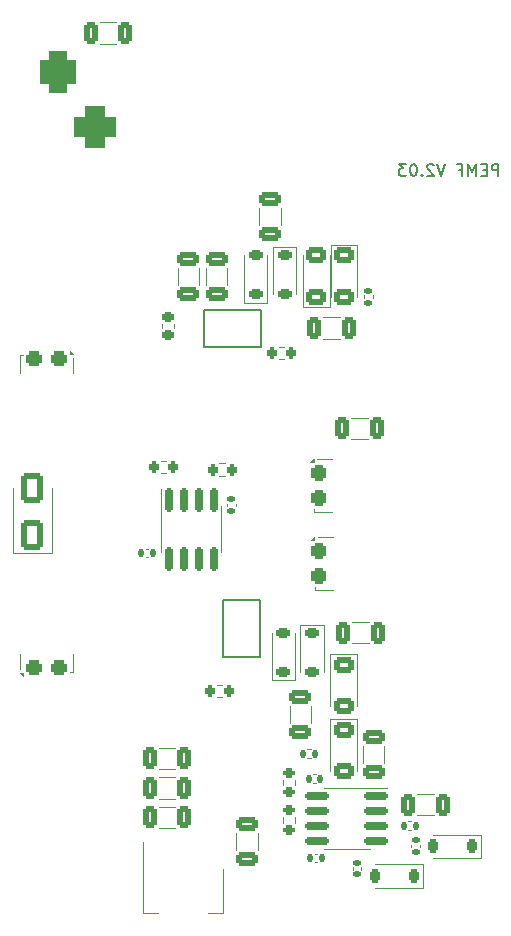
<source format=gbo>
G04 #@! TF.GenerationSoftware,KiCad,Pcbnew,8.0.5*
G04 #@! TF.CreationDate,2024-12-11T09:51:45-08:00*
G04 #@! TF.ProjectId,OpenPEMF_Final,4f70656e-5045-44d4-965f-46696e616c2e,rev?*
G04 #@! TF.SameCoordinates,Original*
G04 #@! TF.FileFunction,Legend,Bot*
G04 #@! TF.FilePolarity,Positive*
%FSLAX46Y46*%
G04 Gerber Fmt 4.6, Leading zero omitted, Abs format (unit mm)*
G04 Created by KiCad (PCBNEW 8.0.5) date 2024-12-11 09:51:45*
%MOMM*%
%LPD*%
G01*
G04 APERTURE LIST*
G04 Aperture macros list*
%AMRoundRect*
0 Rectangle with rounded corners*
0 $1 Rounding radius*
0 $2 $3 $4 $5 $6 $7 $8 $9 X,Y pos of 4 corners*
0 Add a 4 corners polygon primitive as box body*
4,1,4,$2,$3,$4,$5,$6,$7,$8,$9,$2,$3,0*
0 Add four circle primitives for the rounded corners*
1,1,$1+$1,$2,$3*
1,1,$1+$1,$4,$5*
1,1,$1+$1,$6,$7*
1,1,$1+$1,$8,$9*
0 Add four rect primitives between the rounded corners*
20,1,$1+$1,$2,$3,$4,$5,0*
20,1,$1+$1,$4,$5,$6,$7,0*
20,1,$1+$1,$6,$7,$8,$9,0*
20,1,$1+$1,$8,$9,$2,$3,0*%
G04 Aperture macros list end*
%ADD10C,0.150000*%
%ADD11C,0.120000*%
%ADD12C,0.152400*%
%ADD13R,2.400000X2.400000*%
%ADD14C,2.400000*%
%ADD15R,0.850000X0.850000*%
%ADD16O,0.850000X0.850000*%
%ADD17R,1.000000X1.000000*%
%ADD18O,1.000000X1.000000*%
%ADD19O,0.650000X1.300000*%
%ADD20O,1.550000X0.775000*%
%ADD21R,3.500000X3.500000*%
%ADD22RoundRect,0.750000X-0.750000X-1.000000X0.750000X-1.000000X0.750000X1.000000X-0.750000X1.000000X0*%
%ADD23RoundRect,0.875000X-0.875000X-0.875000X0.875000X-0.875000X0.875000X0.875000X-0.875000X0.875000X0*%
%ADD24R,2.600000X2.600000*%
%ADD25C,2.600000*%
%ADD26RoundRect,0.140000X0.140000X0.170000X-0.140000X0.170000X-0.140000X-0.170000X0.140000X-0.170000X0*%
%ADD27RoundRect,0.250000X0.650000X-0.325000X0.650000X0.325000X-0.650000X0.325000X-0.650000X-0.325000X0*%
%ADD28RoundRect,0.250000X0.325000X0.650000X-0.325000X0.650000X-0.325000X-0.650000X0.325000X-0.650000X0*%
%ADD29RoundRect,0.200000X0.200000X0.275000X-0.200000X0.275000X-0.200000X-0.275000X0.200000X-0.275000X0*%
%ADD30RoundRect,0.225000X0.250000X-0.225000X0.250000X0.225000X-0.250000X0.225000X-0.250000X-0.225000X0*%
%ADD31RoundRect,0.250000X-0.325000X-0.650000X0.325000X-0.650000X0.325000X0.650000X-0.325000X0.650000X0*%
%ADD32RoundRect,0.225000X0.225000X0.375000X-0.225000X0.375000X-0.225000X-0.375000X0.225000X-0.375000X0*%
%ADD33RoundRect,0.250000X-0.650000X0.325000X-0.650000X-0.325000X0.650000X-0.325000X0.650000X0.325000X0*%
%ADD34RoundRect,0.317500X-0.317500X0.382500X-0.317500X-0.382500X0.317500X-0.382500X0.317500X0.382500X0*%
%ADD35R,4.720000X4.800000*%
%ADD36RoundRect,0.250000X-0.600000X0.400000X-0.600000X-0.400000X0.600000X-0.400000X0.600000X0.400000X0*%
%ADD37RoundRect,0.135000X-0.185000X0.135000X-0.185000X-0.135000X0.185000X-0.135000X0.185000X0.135000X0*%
%ADD38RoundRect,0.317500X0.382500X0.317500X-0.382500X0.317500X-0.382500X-0.317500X0.382500X-0.317500X0*%
%ADD39R,4.800000X4.720000*%
%ADD40RoundRect,0.250000X0.600000X-0.400000X0.600000X0.400000X-0.600000X0.400000X-0.600000X-0.400000X0*%
%ADD41RoundRect,0.225000X-0.375000X0.225000X-0.375000X-0.225000X0.375000X-0.225000X0.375000X0.225000X0*%
%ADD42RoundRect,0.140000X0.170000X-0.140000X0.170000X0.140000X-0.170000X0.140000X-0.170000X-0.140000X0*%
%ADD43RoundRect,0.140000X-0.170000X0.140000X-0.170000X-0.140000X0.170000X-0.140000X0.170000X0.140000X0*%
%ADD44RoundRect,0.200000X-0.200000X-0.275000X0.200000X-0.275000X0.200000X0.275000X-0.200000X0.275000X0*%
%ADD45R,1.219200X0.558800*%
%ADD46R,0.558800X1.219200*%
%ADD47RoundRect,0.150000X0.825000X0.150000X-0.825000X0.150000X-0.825000X-0.150000X0.825000X-0.150000X0*%
%ADD48RoundRect,0.150000X-0.150000X0.825000X-0.150000X-0.825000X0.150000X-0.825000X0.150000X0.825000X0*%
%ADD49RoundRect,0.225000X0.375000X-0.225000X0.375000X0.225000X-0.375000X0.225000X-0.375000X-0.225000X0*%
%ADD50R,1.500000X2.000000*%
%ADD51R,3.800000X2.000000*%
%ADD52RoundRect,0.135000X-0.135000X-0.185000X0.135000X-0.185000X0.135000X0.185000X-0.135000X0.185000X0*%
%ADD53RoundRect,0.317500X-0.382500X-0.317500X0.382500X-0.317500X0.382500X0.317500X-0.382500X0.317500X0*%
%ADD54RoundRect,0.135000X0.135000X0.185000X-0.135000X0.185000X-0.135000X-0.185000X0.135000X-0.185000X0*%
%ADD55RoundRect,0.250000X0.650000X-1.000000X0.650000X1.000000X-0.650000X1.000000X-0.650000X-1.000000X0*%
%ADD56RoundRect,0.200000X0.275000X-0.200000X0.275000X0.200000X-0.275000X0.200000X-0.275000X-0.200000X0*%
G04 APERTURE END LIST*
D10*
X145863220Y-70369819D02*
X145863220Y-69369819D01*
X145863220Y-69369819D02*
X145482268Y-69369819D01*
X145482268Y-69369819D02*
X145387030Y-69417438D01*
X145387030Y-69417438D02*
X145339411Y-69465057D01*
X145339411Y-69465057D02*
X145291792Y-69560295D01*
X145291792Y-69560295D02*
X145291792Y-69703152D01*
X145291792Y-69703152D02*
X145339411Y-69798390D01*
X145339411Y-69798390D02*
X145387030Y-69846009D01*
X145387030Y-69846009D02*
X145482268Y-69893628D01*
X145482268Y-69893628D02*
X145863220Y-69893628D01*
X144863220Y-69846009D02*
X144529887Y-69846009D01*
X144387030Y-70369819D02*
X144863220Y-70369819D01*
X144863220Y-70369819D02*
X144863220Y-69369819D01*
X144863220Y-69369819D02*
X144387030Y-69369819D01*
X143958458Y-70369819D02*
X143958458Y-69369819D01*
X143958458Y-69369819D02*
X143625125Y-70084104D01*
X143625125Y-70084104D02*
X143291792Y-69369819D01*
X143291792Y-69369819D02*
X143291792Y-70369819D01*
X142482268Y-69846009D02*
X142815601Y-69846009D01*
X142815601Y-70369819D02*
X142815601Y-69369819D01*
X142815601Y-69369819D02*
X142339411Y-69369819D01*
X141339410Y-69369819D02*
X141006077Y-70369819D01*
X141006077Y-70369819D02*
X140672744Y-69369819D01*
X140387029Y-69465057D02*
X140339410Y-69417438D01*
X140339410Y-69417438D02*
X140244172Y-69369819D01*
X140244172Y-69369819D02*
X140006077Y-69369819D01*
X140006077Y-69369819D02*
X139910839Y-69417438D01*
X139910839Y-69417438D02*
X139863220Y-69465057D01*
X139863220Y-69465057D02*
X139815601Y-69560295D01*
X139815601Y-69560295D02*
X139815601Y-69655533D01*
X139815601Y-69655533D02*
X139863220Y-69798390D01*
X139863220Y-69798390D02*
X140434648Y-70369819D01*
X140434648Y-70369819D02*
X139815601Y-70369819D01*
X139387029Y-70274580D02*
X139339410Y-70322200D01*
X139339410Y-70322200D02*
X139387029Y-70369819D01*
X139387029Y-70369819D02*
X139434648Y-70322200D01*
X139434648Y-70322200D02*
X139387029Y-70274580D01*
X139387029Y-70274580D02*
X139387029Y-70369819D01*
X138720363Y-69369819D02*
X138625125Y-69369819D01*
X138625125Y-69369819D02*
X138529887Y-69417438D01*
X138529887Y-69417438D02*
X138482268Y-69465057D01*
X138482268Y-69465057D02*
X138434649Y-69560295D01*
X138434649Y-69560295D02*
X138387030Y-69750771D01*
X138387030Y-69750771D02*
X138387030Y-69988866D01*
X138387030Y-69988866D02*
X138434649Y-70179342D01*
X138434649Y-70179342D02*
X138482268Y-70274580D01*
X138482268Y-70274580D02*
X138529887Y-70322200D01*
X138529887Y-70322200D02*
X138625125Y-70369819D01*
X138625125Y-70369819D02*
X138720363Y-70369819D01*
X138720363Y-70369819D02*
X138815601Y-70322200D01*
X138815601Y-70322200D02*
X138863220Y-70274580D01*
X138863220Y-70274580D02*
X138910839Y-70179342D01*
X138910839Y-70179342D02*
X138958458Y-69988866D01*
X138958458Y-69988866D02*
X138958458Y-69750771D01*
X138958458Y-69750771D02*
X138910839Y-69560295D01*
X138910839Y-69560295D02*
X138863220Y-69465057D01*
X138863220Y-69465057D02*
X138815601Y-69417438D01*
X138815601Y-69417438D02*
X138720363Y-69369819D01*
X138053696Y-69369819D02*
X137434649Y-69369819D01*
X137434649Y-69369819D02*
X137767982Y-69750771D01*
X137767982Y-69750771D02*
X137625125Y-69750771D01*
X137625125Y-69750771D02*
X137529887Y-69798390D01*
X137529887Y-69798390D02*
X137482268Y-69846009D01*
X137482268Y-69846009D02*
X137434649Y-69941247D01*
X137434649Y-69941247D02*
X137434649Y-70179342D01*
X137434649Y-70179342D02*
X137482268Y-70274580D01*
X137482268Y-70274580D02*
X137529887Y-70322200D01*
X137529887Y-70322200D02*
X137625125Y-70369819D01*
X137625125Y-70369819D02*
X137910839Y-70369819D01*
X137910839Y-70369819D02*
X138006077Y-70322200D01*
X138006077Y-70322200D02*
X138053696Y-70274580D01*
D11*
X116207836Y-101940000D02*
X115992164Y-101940000D01*
X116207836Y-102660000D02*
X115992164Y-102660000D01*
X118690000Y-79586252D02*
X118690000Y-78163748D01*
X120510000Y-79586252D02*
X120510000Y-78163748D01*
X113511252Y-57390000D02*
X112088748Y-57390000D01*
X113511252Y-59210000D02*
X112088748Y-59210000D01*
X122487258Y-113477500D02*
X122012742Y-113477500D01*
X122487258Y-114522500D02*
X122012742Y-114522500D01*
X117390000Y-83240580D02*
X117390000Y-82959420D01*
X118410000Y-83240580D02*
X118410000Y-82959420D01*
X138938748Y-122690000D02*
X140361252Y-122690000D01*
X138938748Y-124510000D02*
X140361252Y-124510000D01*
X144360000Y-126150000D02*
X140350000Y-126150000D01*
X144360000Y-126150000D02*
X144360000Y-128150000D01*
X144360000Y-128150000D02*
X140350000Y-128150000D01*
X134390000Y-118638748D02*
X134390000Y-120061252D01*
X136210000Y-118638748D02*
X136210000Y-120061252D01*
X130300000Y-105220000D02*
X130300000Y-105460000D01*
X131860000Y-100940000D02*
X130590000Y-100940000D01*
X131860000Y-105460000D02*
X130300000Y-105460000D01*
X130270000Y-101200000D02*
X129990000Y-101200000D01*
X130270000Y-100920000D01*
X130270000Y-101200000D01*
G36*
X130270000Y-101200000D02*
G01*
X129990000Y-101200000D01*
X130270000Y-100920000D01*
X130270000Y-101200000D01*
G37*
X131640000Y-116340000D02*
X133860000Y-116340000D01*
X131640000Y-120750000D02*
X131640000Y-116340000D01*
X133860000Y-116340000D02*
X133860000Y-120750000D01*
X134470000Y-80446359D02*
X134470000Y-80753641D01*
X135230000Y-80446359D02*
X135230000Y-80753641D01*
X105340000Y-87060000D02*
X105340000Y-85500000D01*
X105580000Y-85500000D02*
X105340000Y-85500000D01*
X109860000Y-87060000D02*
X109860000Y-85790000D01*
X109880000Y-85470000D02*
X109600000Y-85470000D01*
X109600000Y-85190000D01*
X109880000Y-85470000D01*
G36*
X109880000Y-85470000D02*
G01*
X109600000Y-85470000D01*
X109600000Y-85190000D01*
X109880000Y-85470000D01*
G37*
X129340000Y-81510000D02*
X129340000Y-77100000D01*
X131560000Y-77100000D02*
X131560000Y-81510000D01*
X131560000Y-81510000D02*
X129340000Y-81510000D01*
X129100000Y-108365000D02*
X129100000Y-112375000D01*
X129100000Y-108365000D02*
X131100000Y-108365000D01*
X131100000Y-108365000D02*
X131100000Y-112375000D01*
X131640000Y-110890000D02*
X133860000Y-110890000D01*
X131640000Y-115300000D02*
X131640000Y-110890000D01*
X133860000Y-110890000D02*
X133860000Y-115300000D01*
X133540000Y-129107836D02*
X133540000Y-128892164D01*
X134260000Y-129107836D02*
X134260000Y-128892164D01*
X122890000Y-98142164D02*
X122890000Y-98357836D01*
X123610000Y-98142164D02*
X123610000Y-98357836D01*
X117262742Y-94477500D02*
X117737258Y-94477500D01*
X117262742Y-95522500D02*
X117737258Y-95522500D01*
X134811252Y-90840000D02*
X133388748Y-90840000D01*
X134811252Y-92660000D02*
X133388748Y-92660000D01*
X126750000Y-76390000D02*
X126750000Y-80400000D01*
X126750000Y-76390000D02*
X128750000Y-76390000D01*
X128750000Y-76390000D02*
X128750000Y-80400000D01*
D12*
X120924300Y-81725200D02*
X125775700Y-81725200D01*
X120924300Y-84874800D02*
X120924300Y-81725200D01*
X125775700Y-81725200D02*
X125775700Y-84874800D01*
X125775700Y-84874800D02*
X120924300Y-84874800D01*
D11*
X130507836Y-127790000D02*
X130292164Y-127790000D01*
X130507836Y-128510000D02*
X130292164Y-128510000D01*
X131690000Y-76190000D02*
X133910000Y-76190000D01*
X131690000Y-80600000D02*
X131690000Y-76190000D01*
X133910000Y-76190000D02*
X133910000Y-80600000D01*
D12*
X122525200Y-106274300D02*
X125674800Y-106274300D01*
X122525200Y-111125700D02*
X122525200Y-106274300D01*
X125674800Y-106274300D02*
X125674800Y-111125700D01*
X125674800Y-111125700D02*
X122525200Y-111125700D01*
D11*
X133000000Y-122240000D02*
X131050000Y-122240000D01*
X133000000Y-122240000D02*
X136450000Y-122240000D01*
X133000000Y-127360000D02*
X131050000Y-127360000D01*
X133000000Y-127360000D02*
X134950000Y-127360000D01*
X121090000Y-79586252D02*
X121090000Y-78163748D01*
X122910000Y-79586252D02*
X122910000Y-78163748D01*
X117290000Y-100300000D02*
X117290000Y-96850000D01*
X117290000Y-100300000D02*
X117290000Y-102250000D01*
X122410000Y-100300000D02*
X122410000Y-98350000D01*
X122410000Y-100300000D02*
X122410000Y-102250000D01*
X124300000Y-81110000D02*
X124300000Y-77100000D01*
X126300000Y-81110000D02*
X124300000Y-81110000D01*
X126300000Y-81110000D02*
X126300000Y-77100000D01*
X127737258Y-84877500D02*
X127262742Y-84877500D01*
X127737258Y-85922500D02*
X127262742Y-85922500D01*
X118511252Y-121290000D02*
X117088748Y-121290000D01*
X118511252Y-123110000D02*
X117088748Y-123110000D01*
X139460000Y-128650000D02*
X135450000Y-128650000D01*
X139460000Y-128650000D02*
X139460000Y-130650000D01*
X139460000Y-130650000D02*
X135450000Y-130650000D01*
X115740000Y-126775000D02*
X115740000Y-132785000D01*
X115740000Y-132785000D02*
X117000000Y-132785000D01*
X122560000Y-129025000D02*
X122560000Y-132785000D01*
X122560000Y-132785000D02*
X121300000Y-132785000D01*
X122237742Y-94727500D02*
X122712258Y-94727500D01*
X122237742Y-95772500D02*
X122712258Y-95772500D01*
X138186359Y-125020000D02*
X138493641Y-125020000D01*
X138186359Y-125780000D02*
X138493641Y-125780000D01*
X118511252Y-118790000D02*
X117088748Y-118790000D01*
X118511252Y-120610000D02*
X117088748Y-120610000D01*
X118511252Y-123790000D02*
X117088748Y-123790000D01*
X118511252Y-125610000D02*
X117088748Y-125610000D01*
X105340000Y-110840000D02*
X105340000Y-112110000D01*
X109620000Y-112400000D02*
X109860000Y-112400000D01*
X109860000Y-110840000D02*
X109860000Y-112400000D01*
X105600000Y-112710000D02*
X105320000Y-112430000D01*
X105600000Y-112430000D01*
X105600000Y-112710000D01*
G36*
X105600000Y-112710000D02*
G01*
X105320000Y-112430000D01*
X105600000Y-112430000D01*
X105600000Y-112710000D01*
G37*
X130407836Y-121040000D02*
X130192164Y-121040000D01*
X130407836Y-121760000D02*
X130192164Y-121760000D01*
X129953641Y-118920000D02*
X129646359Y-118920000D01*
X129953641Y-119680000D02*
X129646359Y-119680000D01*
X104750000Y-96800000D02*
X104750000Y-102310000D01*
X104750000Y-102310000D02*
X108050000Y-102310000D01*
X108050000Y-96800000D02*
X108050000Y-102310000D01*
X128190000Y-116686252D02*
X128190000Y-115263748D01*
X130010000Y-116686252D02*
X130010000Y-115263748D01*
X125590000Y-73088748D02*
X125590000Y-74511252D01*
X127410000Y-73088748D02*
X127410000Y-74511252D01*
X132411252Y-82340000D02*
X130988748Y-82340000D01*
X132411252Y-84160000D02*
X130988748Y-84160000D01*
X127627500Y-125137258D02*
X127627500Y-124662742D01*
X128672500Y-125137258D02*
X128672500Y-124662742D01*
X123640000Y-127461252D02*
X123640000Y-126038748D01*
X125460000Y-127461252D02*
X125460000Y-126038748D01*
X126650000Y-113094800D02*
X126650000Y-109084800D01*
X128650000Y-113094800D02*
X126650000Y-113094800D01*
X128650000Y-113094800D02*
X128650000Y-109084800D01*
X127627500Y-121987258D02*
X127627500Y-121512742D01*
X128672500Y-121987258D02*
X128672500Y-121512742D01*
X130240000Y-98620000D02*
X130240000Y-98860000D01*
X131800000Y-94340000D02*
X130530000Y-94340000D01*
X131800000Y-98860000D02*
X130240000Y-98860000D01*
X130210000Y-94600000D02*
X129930000Y-94600000D01*
X130210000Y-94320000D01*
X130210000Y-94600000D01*
G36*
X130210000Y-94600000D02*
G01*
X129930000Y-94600000D01*
X130210000Y-94320000D01*
X130210000Y-94600000D01*
G37*
X134861252Y-108140000D02*
X133438748Y-108140000D01*
X134861252Y-109960000D02*
X133438748Y-109960000D01*
X138490000Y-126992164D02*
X138490000Y-127207836D01*
X139210000Y-126992164D02*
X139210000Y-127207836D01*
%LPC*%
D13*
X139487246Y-79550000D03*
D14*
X146987246Y-79550000D03*
D15*
X121885000Y-143565000D03*
D16*
X122885000Y-143565000D03*
X123885000Y-143565000D03*
D15*
X111600000Y-143600000D03*
D16*
X112600000Y-143600000D03*
X113600000Y-143600000D03*
X114600000Y-143600000D03*
X115600000Y-143600000D03*
X116600000Y-143600000D03*
X117600000Y-143600000D03*
X118600000Y-143600000D03*
D15*
X111500000Y-139000000D03*
D16*
X111500000Y-140000000D03*
X111500000Y-141000000D03*
X111500000Y-142000000D03*
D13*
X139587246Y-116400000D03*
D14*
X147087246Y-116400000D03*
D13*
X139487246Y-61600000D03*
D14*
X146987246Y-61600000D03*
D17*
X133200000Y-134750000D03*
D18*
X133200000Y-133480000D03*
D19*
X108203700Y-129000400D03*
X108203700Y-134000400D03*
D20*
X105503700Y-128000400D03*
X105503700Y-135000400D03*
D21*
X114700000Y-61600000D03*
D22*
X108600000Y-61600000D03*
D23*
X111700000Y-66200000D03*
D13*
X139587246Y-98400000D03*
D14*
X147087246Y-98400000D03*
D13*
X139587246Y-134600000D03*
D14*
X147087246Y-134600000D03*
D24*
X111495000Y-96255000D03*
D25*
X111495000Y-101335000D03*
D15*
X129000000Y-143600000D03*
D16*
X130000000Y-143600000D03*
X131000000Y-143600000D03*
D26*
X116580000Y-102300000D03*
X115620000Y-102300000D03*
D27*
X119600000Y-80350000D03*
X119600000Y-77400000D03*
D28*
X114275000Y-58300000D03*
X111325000Y-58300000D03*
D29*
X123075000Y-114000000D03*
X121425000Y-114000000D03*
D30*
X117900000Y-83875000D03*
X117900000Y-82325000D03*
D31*
X138175000Y-123600000D03*
X141125000Y-123600000D03*
D32*
X143650000Y-127150000D03*
X140350000Y-127150000D03*
D33*
X135300000Y-117875000D03*
X135300000Y-120825000D03*
D34*
X130695000Y-102160000D03*
X130695000Y-104240000D03*
D35*
X134500000Y-103200000D03*
D36*
X132750000Y-117250000D03*
X132750000Y-120750000D03*
D37*
X134850000Y-80090000D03*
X134850000Y-81110000D03*
D38*
X108640000Y-85895000D03*
X106560000Y-85895000D03*
D39*
X107600000Y-89700000D03*
D40*
X130450000Y-80600000D03*
X130450000Y-77100000D03*
D41*
X130100000Y-109075000D03*
X130100000Y-112375000D03*
D36*
X132750000Y-111800000D03*
X132750000Y-115300000D03*
D42*
X133900000Y-129480000D03*
X133900000Y-128520000D03*
D43*
X123250000Y-97770000D03*
X123250000Y-98730000D03*
D44*
X116675000Y-95000000D03*
X118325000Y-95000000D03*
D28*
X135575000Y-91750000D03*
X132625000Y-91750000D03*
D41*
X127750000Y-77100000D03*
X127750000Y-80400000D03*
D45*
X126740900Y-82665000D03*
X126740900Y-83935000D03*
X119959100Y-83935000D03*
X119959100Y-82665000D03*
D26*
X130880000Y-128150000D03*
X129920000Y-128150000D03*
D36*
X132800000Y-77100000D03*
X132800000Y-80600000D03*
D46*
X124735000Y-112090900D03*
X123465000Y-112090900D03*
X123465000Y-105309100D03*
X124735000Y-105309100D03*
D47*
X135475000Y-122895000D03*
X135475000Y-124165000D03*
X135475000Y-125435000D03*
X135475000Y-126705000D03*
X130525000Y-126705000D03*
X130525000Y-125435000D03*
X130525000Y-124165000D03*
X130525000Y-122895000D03*
D27*
X122000000Y-80350000D03*
X122000000Y-77400000D03*
D48*
X117945000Y-97825000D03*
X119215000Y-97825000D03*
X120485000Y-97825000D03*
X121755000Y-97825000D03*
X121755000Y-102775000D03*
X120485000Y-102775000D03*
X119215000Y-102775000D03*
X117945000Y-102775000D03*
D49*
X125300000Y-80400000D03*
X125300000Y-77100000D03*
D29*
X128325000Y-85400000D03*
X126675000Y-85400000D03*
D28*
X119275000Y-122200000D03*
X116325000Y-122200000D03*
D32*
X138750000Y-129650000D03*
X135450000Y-129650000D03*
D50*
X116850000Y-127725000D03*
X119150000Y-127725000D03*
D51*
X119150000Y-134025000D03*
D50*
X121450000Y-127725000D03*
D44*
X121650000Y-95250000D03*
X123300000Y-95250000D03*
D52*
X137830000Y-125400000D03*
X138850000Y-125400000D03*
D28*
X119275000Y-119700000D03*
X116325000Y-119700000D03*
X119275000Y-124700000D03*
X116325000Y-124700000D03*
D53*
X106560000Y-112005000D03*
X108640000Y-112005000D03*
D39*
X107600000Y-108200000D03*
D26*
X130780000Y-121400000D03*
X129820000Y-121400000D03*
D54*
X130310000Y-119300000D03*
X129290000Y-119300000D03*
D55*
X106400000Y-100800000D03*
X106400000Y-96800000D03*
D27*
X129100000Y-117450000D03*
X129100000Y-114500000D03*
D33*
X126500000Y-72325000D03*
X126500000Y-75275000D03*
D28*
X133175000Y-83250000D03*
X130225000Y-83250000D03*
D56*
X128150000Y-125725000D03*
X128150000Y-124075000D03*
D27*
X124550000Y-128225000D03*
X124550000Y-125275000D03*
D49*
X127650000Y-112384800D03*
X127650000Y-109084800D03*
D56*
X128150000Y-122575000D03*
X128150000Y-120925000D03*
D34*
X130635000Y-95560000D03*
X130635000Y-97640000D03*
D35*
X134440000Y-96600000D03*
D28*
X135625000Y-109050000D03*
X132675000Y-109050000D03*
D43*
X138850000Y-126620000D03*
X138850000Y-127580000D03*
%LPD*%
M02*

</source>
